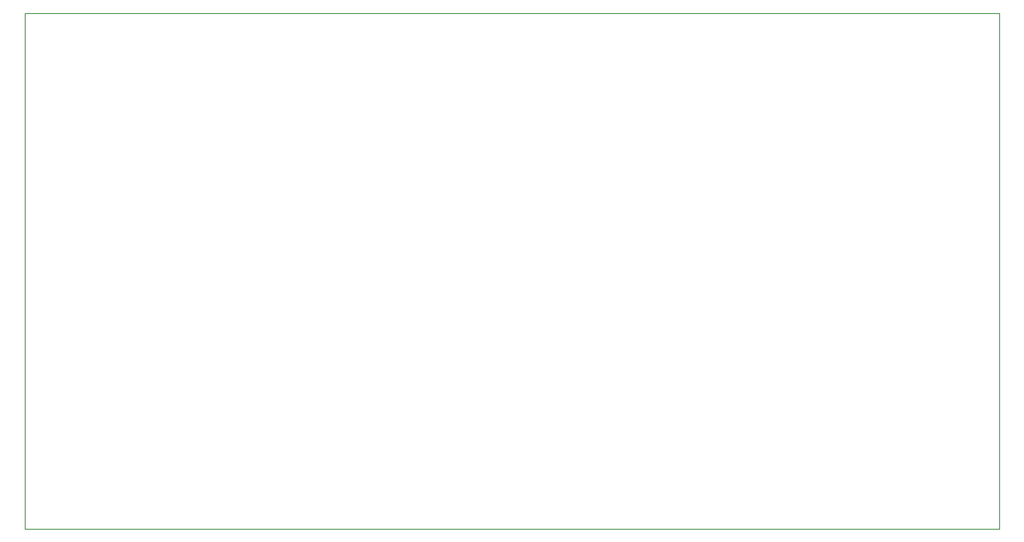
<source format=gko>
G04 (created by PCBNEW (2013-07-07 BZR 4022)-stable) date 7/17/2014 11:24:11 AM*
%MOIN*%
G04 Gerber Fmt 3.4, Leading zero omitted, Abs format*
%FSLAX34Y34*%
G01*
G70*
G90*
G04 APERTURE LIST*
%ADD10C,0.00590551*%
%ADD11C,0.00393701*%
G04 APERTURE END LIST*
G54D10*
G54D11*
X73228Y-21259D02*
X33858Y-21259D01*
X33858Y-42125D02*
X73228Y-42125D01*
X33858Y-42125D02*
X33858Y-21259D01*
X73228Y-21259D02*
X73228Y-42125D01*
M02*

</source>
